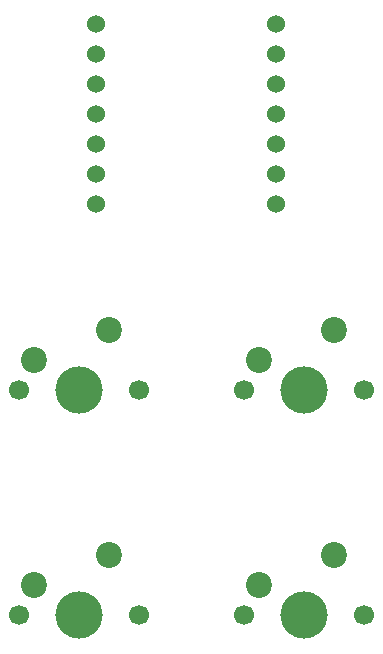
<source format=gbr>
%TF.GenerationSoftware,KiCad,Pcbnew,9.0.2*%
%TF.CreationDate,2025-06-25T23:30:19-04:00*%
%TF.ProjectId,_autosave-hack pad,5f617574-6f73-4617-9665-2d6861636b20,rev?*%
%TF.SameCoordinates,Original*%
%TF.FileFunction,Soldermask,Bot*%
%TF.FilePolarity,Negative*%
%FSLAX46Y46*%
G04 Gerber Fmt 4.6, Leading zero omitted, Abs format (unit mm)*
G04 Created by KiCad (PCBNEW 9.0.2) date 2025-06-25 23:30:19*
%MOMM*%
%LPD*%
G01*
G04 APERTURE LIST*
%ADD10C,1.700000*%
%ADD11C,4.000000*%
%ADD12C,2.200000*%
%ADD13C,1.524000*%
G04 APERTURE END LIST*
D10*
%TO.C,SW3*%
X140176250Y-123825000D03*
D11*
X145256250Y-123825000D03*
D10*
X150336250Y-123825000D03*
D12*
X147796250Y-118745000D03*
X141446250Y-121285000D03*
%TD*%
D10*
%TO.C,SW1*%
X140176250Y-104775000D03*
D11*
X145256250Y-104775000D03*
D10*
X150336250Y-104775000D03*
D12*
X147796250Y-99695000D03*
X141446250Y-102235000D03*
%TD*%
D10*
%TO.C,SW4*%
X159226250Y-123825000D03*
D11*
X164306250Y-123825000D03*
D10*
X169386250Y-123825000D03*
D12*
X166846250Y-118745000D03*
X160496250Y-121285000D03*
%TD*%
D10*
%TO.C,SW2*%
X159226250Y-104775000D03*
D11*
X164306250Y-104775000D03*
D10*
X169386250Y-104775000D03*
D12*
X166846250Y-99695000D03*
X160496250Y-102235000D03*
%TD*%
D13*
%TO.C,U1*%
X146685000Y-73818750D03*
X146685000Y-76358750D03*
X146685000Y-78898750D03*
X146685000Y-81438750D03*
X146685000Y-83978750D03*
X146685000Y-86518750D03*
X146685000Y-89058750D03*
X161925000Y-89058750D03*
X161925000Y-86518750D03*
X161925000Y-83978750D03*
X161925000Y-81438750D03*
X161925000Y-78898750D03*
X161925000Y-76358750D03*
X161925000Y-73818750D03*
%TD*%
M02*

</source>
